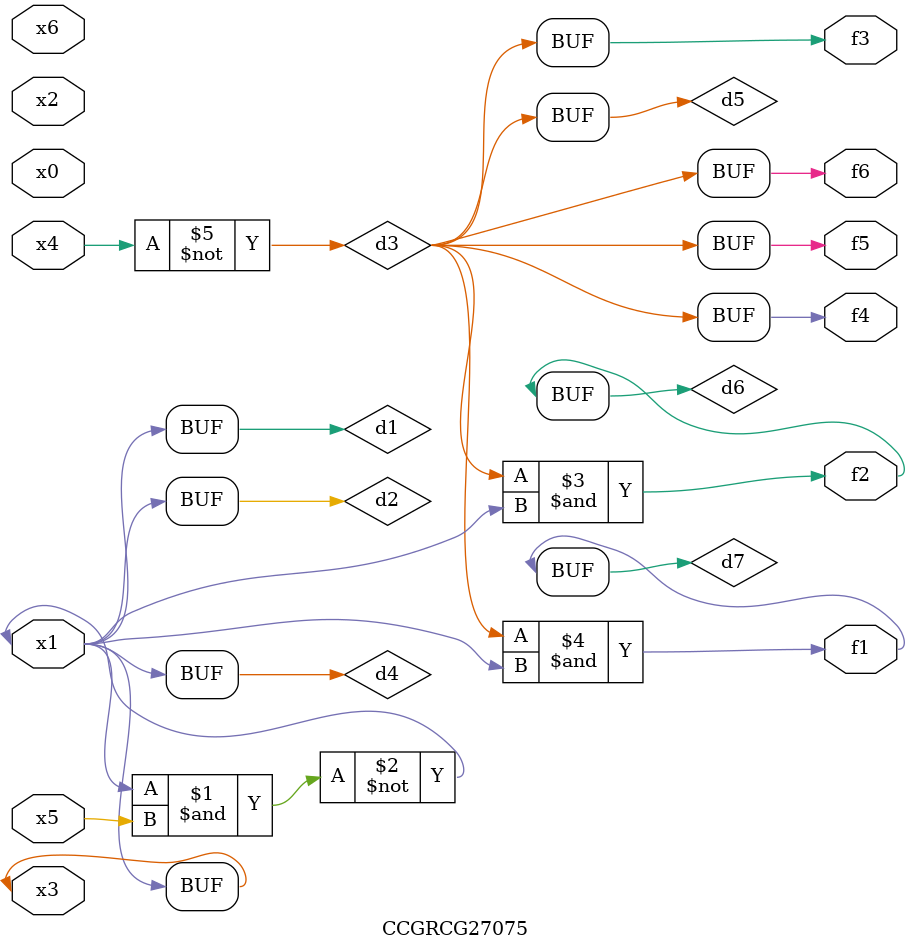
<source format=v>
module CCGRCG27075(
	input x0, x1, x2, x3, x4, x5, x6,
	output f1, f2, f3, f4, f5, f6
);

	wire d1, d2, d3, d4, d5, d6, d7;

	buf (d1, x1, x3);
	nand (d2, x1, x5);
	not (d3, x4);
	buf (d4, d1, d2);
	buf (d5, d3);
	and (d6, d3, d4);
	and (d7, d3, d4);
	assign f1 = d7;
	assign f2 = d6;
	assign f3 = d5;
	assign f4 = d5;
	assign f5 = d5;
	assign f6 = d5;
endmodule

</source>
